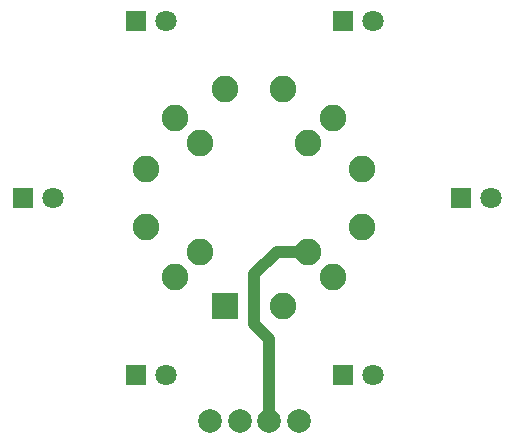
<source format=gbr>
%TF.GenerationSoftware,KiCad,Pcbnew,9.0.4-9.0.4-0~ubuntu24.04.1*%
%TF.CreationDate,2025-09-10T23:10:00+02:00*%
%TF.ProjectId,SMG_OVN_DE96-00994A,534d475f-4f56-44e5-9f44-4539362d3030,1*%
%TF.SameCoordinates,Original*%
%TF.FileFunction,Copper,L1,Top*%
%TF.FilePolarity,Positive*%
%FSLAX46Y46*%
G04 Gerber Fmt 4.6, Leading zero omitted, Abs format (unit mm)*
G04 Created by KiCad (PCBNEW 9.0.4-9.0.4-0~ubuntu24.04.1) date 2025-09-10 23:10:00*
%MOMM*%
%LPD*%
G01*
G04 APERTURE LIST*
%TA.AperFunction,ComponentPad*%
%ADD10C,2.000000*%
%TD*%
%TA.AperFunction,ComponentPad*%
%ADD11R,1.800000X1.800000*%
%TD*%
%TA.AperFunction,ComponentPad*%
%ADD12C,1.800000*%
%TD*%
%TA.AperFunction,ComponentPad*%
%ADD13R,2.250000X2.250000*%
%TD*%
%TA.AperFunction,ComponentPad*%
%ADD14C,2.250000*%
%TD*%
%TA.AperFunction,Conductor*%
%ADD15C,1.000000*%
%TD*%
G04 APERTURE END LIST*
D10*
%TO.P,J1,4,4*%
%TO.N,VDD*%
X158238070Y-123150000D03*
%TO.P,J1,3,3*%
%TO.N,/OUT*%
X155750000Y-123150000D03*
%TO.P,J1,2,2*%
%TO.N,/LED_K*%
X153250000Y-123150000D03*
%TO.P,J1,1,1*%
%TO.N,GND*%
X150750000Y-123150000D03*
%TD*%
D11*
%TO.P,D4,1,K*%
%TO.N,/LED_K*%
X134900000Y-104300000D03*
D12*
%TO.P,D4,2,A*%
%TO.N,Net-(D4-A)*%
X137440000Y-104300000D03*
%TD*%
D11*
%TO.P,D3,1,K*%
%TO.N,/LED_K*%
X144500000Y-89300000D03*
D12*
%TO.P,D3,2,A*%
%TO.N,Net-(D3-A)*%
X147040000Y-89300000D03*
%TD*%
D11*
%TO.P,D1,1,K*%
%TO.N,/LED_K*%
X172000000Y-104300000D03*
D12*
%TO.P,D1,2,A*%
%TO.N,Net-(D1-A)*%
X174540000Y-104300000D03*
%TD*%
D11*
%TO.P,D5,1,K*%
%TO.N,/LED_K*%
X144500000Y-119300000D03*
D12*
%TO.P,D5,2,A*%
%TO.N,Net-(D5-A)*%
X147040000Y-119300000D03*
%TD*%
D11*
%TO.P,D6,1,K*%
%TO.N,/LED_K*%
X162000000Y-119300000D03*
D12*
%TO.P,D6,2,A*%
%TO.N,Net-(D6-A)*%
X164540000Y-119300000D03*
%TD*%
D11*
%TO.P,D2,1,K*%
%TO.N,/LED_K*%
X162000000Y-89300000D03*
D12*
%TO.P,D2,2,A*%
%TO.N,Net-(D2-A)*%
X164540000Y-89300000D03*
%TD*%
D13*
%TO.P,RS1,1*%
%TO.N,Net-(R4-Pad1)*%
X152000000Y-113452000D03*
D14*
%TO.P,RS1,2*%
%TO.N,Net-(R5-Pad1)*%
X147741000Y-110994000D03*
%TO.P,RS1,3*%
%TO.N,Net-(R6-Pad1)*%
X145283000Y-106735000D03*
%TO.P,RS1,4*%
%TO.N,Net-(R7-Pad2)*%
X145283000Y-101817000D03*
%TO.P,RS1,5*%
%TO.N,Net-(R8-Pad2)*%
X147741000Y-97558000D03*
%TO.P,RS1,6*%
%TO.N,Net-(R10-Pad1)*%
X152000000Y-95100000D03*
%TO.P,RS1,7*%
%TO.N,Net-(R10-Pad2)*%
X156918000Y-95100000D03*
%TO.P,RS1,8*%
%TO.N,Net-(R11-Pad2)*%
X161177000Y-97558000D03*
%TO.P,RS1,9*%
%TO.N,Net-(R12-Pad2)*%
X163635000Y-101817000D03*
%TO.P,RS1,10*%
%TO.N,Net-(R1-Pad1)*%
X163635000Y-106735000D03*
%TO.P,RS1,11*%
%TO.N,Net-(R2-Pad1)*%
X161177000Y-110994000D03*
%TO.P,RS1,12*%
%TO.N,Net-(R3-Pad1)*%
X156918000Y-113452000D03*
%TO.P,RS1,13*%
%TO.N,/OUT*%
X149863000Y-108872000D03*
%TO.P,RS1,14*%
X149863000Y-99680000D03*
%TO.P,RS1,15*%
X159055000Y-108872000D03*
%TO.P,RS1,16*%
X159055000Y-99680000D03*
%TD*%
D15*
%TO.N,Net-(R11-Pad2)*%
X161177000Y-97558000D02*
X161192000Y-97558000D01*
X161192000Y-97558000D02*
X161250000Y-97500000D01*
%TO.N,/OUT*%
X156378000Y-108872000D02*
X154500000Y-110750000D01*
X159055000Y-108872000D02*
X156378000Y-108872000D01*
X155709000Y-116209000D02*
X155709000Y-123150000D01*
X154500000Y-110750000D02*
X154500000Y-115000000D01*
X154500000Y-115000000D02*
X155709000Y-116209000D01*
%TD*%
M02*

</source>
